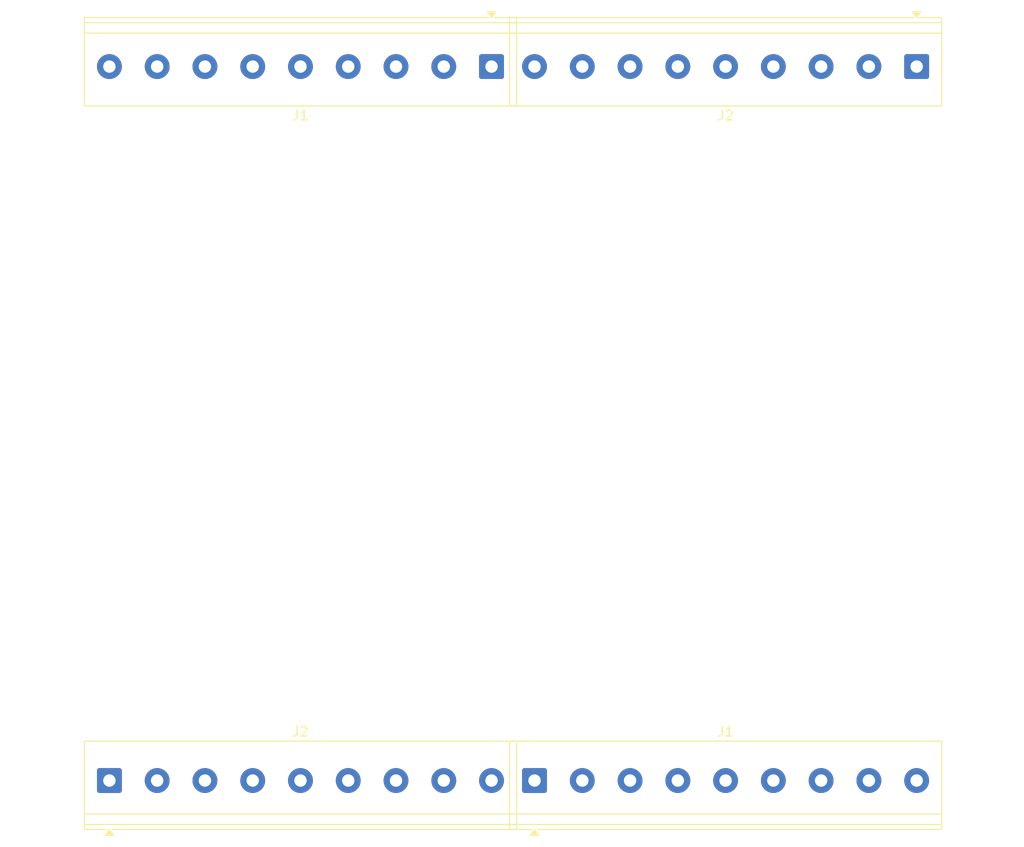
<source format=kicad_pcb>
(kicad_pcb (version 20241229) (generator "pcbnew") (generator_version "9.0")
  (layers (0 "F.Cu" signal) (2 "B.Cu" signal) (13 "F.Paste" user) (15 "B.Paste" user) (5 "F.SilkS" user "F.Silkscreen") (7 "B.SilkS" user "B.Silkscreen") (1 "F.Mask" user) (3 "B.Mask" user) (25 "Edge.Cuts" user))
  (net 0 "")
  (footprint "TerminalBlock_Phoenix:TerminalBlock_Phoenix_PT-1,5-9-5.0-H_1x09_P5.00mm_Horizontal" (layer "F.Cu") (at 147.62 136.9025)
    (property "Reference" "J1" (at 20 -5.12 0) (layer "F.SilkS"))
    (property "Value" "Screw_Terminal_01x09")
    (fp_line (start -2.62 -4.12) (end 42.62 -4.12) (stroke (width 0.12)) (layer "F.SilkS"))
    (fp_line (start -2.62 3.5) (end 42.62 3.5) (stroke (width 0.12)) (layer "F.SilkS"))
    (fp_line (start -2.62 4.6) (end 42.62 4.6) (stroke (width 0.12)) (layer "F.SilkS"))
    (fp_line (start -2.62 5.12) (end -2.62 -4.12) (stroke (width 0.12)) (layer "F.SilkS"))
    (fp_line (start -0.3 5.12) (end -2.62 5.12) (stroke (width 0.12)) (layer "F.SilkS"))
    (fp_line (start 42.62 -4.12) (end 42.62 5.12) (stroke (width 0.12)) (layer "F.SilkS"))
    (fp_line (start 42.62 5.12) (end 0.3 5.12) (stroke (width 0.12)) (layer "F.SilkS"))
    (fp_poly (pts (xy 0 5.12) (xy 0.44 5.73) (xy -0.44 5.73)) (stroke (width 0.12)) (fill yes) (layer "F.SilkS"))
    (pad "1" thru_hole roundrect (at 0 0) (size 2.6 2.6) (drill 1.3) (layers "*.Cu" "*.Mask") (roundrect_rratio 0.096154))
    (pad "2" thru_hole circle (at 5 0) (size 2.6 2.6) (drill 1.3) (layers "*.Cu" "*.Mask"))
    (pad "3" thru_hole circle (at 10 0) (size 2.6 2.6) (drill 1.3) (layers "*.Cu" "*.Mask"))
    (pad "4" thru_hole circle (at 15 0) (size 2.6 2.6) (drill 1.3) (layers "*.Cu" "*.Mask"))
    (pad "5" thru_hole circle (at 20 0) (size 2.6 2.6) (drill 1.3) (layers "*.Cu" "*.Mask"))
    (pad "6" thru_hole circle (at 25 0) (size 2.6 2.6) (drill 1.3) (layers "*.Cu" "*.Mask"))
    (pad "7" thru_hole circle (at 30 0) (size 2.6 2.6) (drill 1.3) (layers "*.Cu" "*.Mask"))
    (pad "8" thru_hole circle (at 35 0) (size 2.6 2.6) (drill 1.3) (layers "*.Cu" "*.Mask"))
    (pad "9" thru_hole circle (at 40 0) (size 2.6 2.6) (drill 1.3) (layers "*.Cu" "*.Mask"))
  )
  (footprint "TerminalBlock_Phoenix:TerminalBlock_Phoenix_PT-1,5-9-5.0-H_1x09_P5.00mm_Horizontal" (layer "F.Cu") (at 143.12 62.1675 180)
    (property "Reference" "J1" (at 20 -5.12 0) (layer "F.SilkS"))
    (property "Value" "Screw_Terminal_01x09")
    (fp_line (start 42.62 5.12) (end 0.3 5.12) (stroke (width 0.12)) (layer "F.SilkS"))
    (fp_line (start 42.62 -4.12) (end 42.62 5.12) (stroke (width 0.12)) (layer "F.SilkS"))
    (fp_line (start -0.3 5.12) (end -2.62 5.12) (stroke (width 0.12)) (layer "F.SilkS"))
    (fp_line (start -2.62 5.12) (end -2.62 -4.12) (stroke (width 0.12)) (layer "F.SilkS"))
    (fp_line (start -2.62 4.6) (end 42.62 4.6) (stroke (width 0.12)) (layer "F.SilkS"))
    (fp_line (start -2.62 3.5) (end 42.62 3.5) (stroke (width 0.12)) (layer "F.SilkS"))
    (fp_line (start -2.62 -4.12) (end 42.62 -4.12) (stroke (width 0.12)) (layer "F.SilkS"))
    (fp_poly (pts (xy 0 5.12) (xy 0.44 5.73) (xy -0.44 5.73)) (stroke (width 0.12)) (fill yes) (layer "F.SilkS"))
    (pad "1" thru_hole roundrect (at 0 0 180) (size 2.6 2.6) (drill 1.3) (layers "*.Cu" "*.Mask") (roundrect_rratio 0.096154))
    (pad "2" thru_hole circle (at 5 0 180) (size 2.6 2.6) (drill 1.3) (layers "*.Cu" "*.Mask"))
    (pad "3" thru_hole circle (at 10 0 180) (size 2.6 2.6) (drill 1.3) (layers "*.Cu" "*.Mask"))
    (pad "4" thru_hole circle (at 15 0 180) (size 2.6 2.6) (drill 1.3) (layers "*.Cu" "*.Mask"))
    (pad "5" thru_hole circle (at 20 0 180) (size 2.6 2.6) (drill 1.3) (layers "*.Cu" "*.Mask"))
    (pad "6" thru_hole circle (at 25 0 180) (size 2.6 2.6) (drill 1.3) (layers "*.Cu" "*.Mask"))
    (pad "7" thru_hole circle (at 30 0 180) (size 2.6 2.6) (drill 1.3) (layers "*.Cu" "*.Mask"))
    (pad "8" thru_hole circle (at 35 0 180) (size 2.6 2.6) (drill 1.3) (layers "*.Cu" "*.Mask"))
    (pad "9" thru_hole circle (at 40 0 180) (size 2.6 2.6) (drill 1.3) (layers "*.Cu" "*.Mask"))
  )
  (footprint "TerminalBlock_Phoenix:TerminalBlock_Phoenix_PT-1,5-9-5.0-H_1x09_P5.00mm_Horizontal" (layer "F.Cu") (at 187.62 62.1675 180)
    (property "Reference" "J2" (at 20 -5.12 0) (layer "F.SilkS"))
    (property "Value" "Screw_Terminal_01x09")
    (fp_line (start 42.62 5.12) (end 0.3 5.12) (stroke (width 0.12)) (layer "F.SilkS"))
    (fp_line (start 42.62 -4.12) (end 42.62 5.12) (stroke (width 0.12)) (layer "F.SilkS"))
    (fp_line (start -0.3 5.12) (end -2.62 5.12) (stroke (width 0.12)) (layer "F.SilkS"))
    (fp_line (start -2.62 5.12) (end -2.62 -4.12) (stroke (width 0.12)) (layer "F.SilkS"))
    (fp_line (start -2.62 4.6) (end 42.62 4.6) (stroke (width 0.12)) (layer "F.SilkS"))
    (fp_line (start -2.62 3.5) (end 42.62 3.5) (stroke (width 0.12)) (layer "F.SilkS"))
    (fp_line (start -2.62 -4.12) (end 42.62 -4.12) (stroke (width 0.12)) (layer "F.SilkS"))
    (fp_poly (pts (xy 0 5.12) (xy 0.44 5.73) (xy -0.44 5.73)) (stroke (width 0.12)) (fill yes) (layer "F.SilkS"))
    (pad "1" thru_hole roundrect (at 0 0 180) (size 2.6 2.6) (drill 1.3) (layers "*.Cu" "*.Mask") (roundrect_rratio 0.096154))
    (pad "2" thru_hole circle (at 5 0 180) (size 2.6 2.6) (drill 1.3) (layers "*.Cu" "*.Mask"))
    (pad "3" thru_hole circle (at 10 0 180) (size 2.6 2.6) (drill 1.3) (layers "*.Cu" "*.Mask"))
    (pad "4" thru_hole circle (at 15 0 180) (size 2.6 2.6) (drill 1.3) (layers "*.Cu" "*.Mask"))
    (pad "5" thru_hole circle (at 20 0 180) (size 2.6 2.6) (drill 1.3) (layers "*.Cu" "*.Mask"))
    (pad "6" thru_hole circle (at 25 0 180) (size 2.6 2.6) (drill 1.3) (layers "*.Cu" "*.Mask"))
    (pad "7" thru_hole circle (at 30 0 180) (size 2.6 2.6) (drill 1.3) (layers "*.Cu" "*.Mask"))
    (pad "8" thru_hole circle (at 35 0 180) (size 2.6 2.6) (drill 1.3) (layers "*.Cu" "*.Mask"))
    (pad "9" thru_hole circle (at 40 0 180) (size 2.6 2.6) (drill 1.3) (layers "*.Cu" "*.Mask"))
  )
  (footprint "TerminalBlock_Phoenix:TerminalBlock_Phoenix_PT-1,5-9-5.0-H_1x09_P5.00mm_Horizontal" (layer "F.Cu") (at 103.12 136.9025)
    (property "Reference" "J2" (at 20 -5.12 0) (layer "F.SilkS"))
    (property "Value" "Screw_Terminal_01x09")
    (fp_line (start -2.62 -4.12) (end 42.62 -4.12) (stroke (width 0.12)) (layer "F.SilkS"))
    (fp_line (start -2.62 3.5) (end 42.62 3.5) (stroke (width 0.12)) (layer "F.SilkS"))
    (fp_line (start -2.62 4.6) (end 42.62 4.6) (stroke (width 0.12)) (layer "F.SilkS"))
    (fp_line (start -2.62 5.12) (end -2.62 -4.12) (stroke (width 0.12)) (layer "F.SilkS"))
    (fp_line (start -0.3 5.12) (end -2.62 5.12) (stroke (width 0.12)) (layer "F.SilkS"))
    (fp_line (start 42.62 -4.12) (end 42.62 5.12) (stroke (width 0.12)) (layer "F.SilkS"))
    (fp_line (start 42.62 5.12) (end 0.3 5.12) (stroke (width 0.12)) (layer "F.SilkS"))
    (fp_poly (pts (xy 0 5.12) (xy 0.44 5.73) (xy -0.44 5.73)) (stroke (width 0.12)) (fill yes) (layer "F.SilkS"))
    (pad "1" thru_hole roundrect (at 0 0) (size 2.6 2.6) (drill 1.3) (layers "*.Cu" "*.Mask") (roundrect_rratio 0.096154))
    (pad "2" thru_hole circle (at 5 0) (size 2.6 2.6) (drill 1.3) (layers "*.Cu" "*.Mask"))
    (pad "3" thru_hole circle (at 10 0) (size 2.6 2.6) (drill 1.3) (layers "*.Cu" "*.Mask"))
    (pad "4" thru_hole circle (at 15 0) (size 2.6 2.6) (drill 1.3) (layers "*.Cu" "*.Mask"))
    (pad "5" thru_hole circle (at 20 0) (size 2.6 2.6) (drill 1.3) (layers "*.Cu" "*.Mask"))
    (pad "6" thru_hole circle (at 25 0) (size 2.6 2.6) (drill 1.3) (layers "*.Cu" "*.Mask"))
    (pad "7" thru_hole circle (at 30 0) (size 2.6 2.6) (drill 1.3) (layers "*.Cu" "*.Mask"))
    (pad "8" thru_hole circle (at 35 0) (size 2.6 2.6) (drill 1.3) (layers "*.Cu" "*.Mask"))
    (pad "9" thru_hole circle (at 40 0) (size 2.6 2.6) (drill 1.3) (layers "*.Cu" "*.Mask"))
  )
)
</source>
